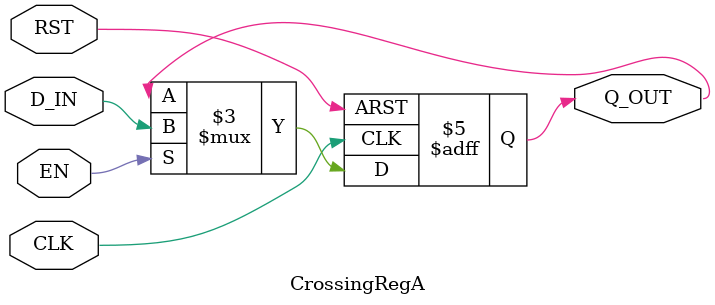
<source format=v>

`ifdef BSV_ASSIGNMENT_DELAY
`else
  `define BSV_ASSIGNMENT_DELAY
`endif

`ifdef BSV_POSITIVE_RESET
  `define BSV_RESET_VALUE 1'b1
  `define BSV_RESET_EDGE posedge
`else
  `define BSV_RESET_VALUE 1'b0
  `define BSV_RESET_EDGE negedge
`endif


module CrossingRegA(CLK, RST, Q_OUT, D_IN, EN);

   parameter width = 1;
   parameter init = { width {1'b0}} ;

   input     CLK;
   input     RST;
   input     EN;
   input [width - 1 : 0] D_IN;
   output [width - 1 : 0] Q_OUT;

   reg [width - 1 : 0]    Q_OUT;

   always@(posedge CLK or `BSV_RESET_EDGE RST) begin
      if (RST == `BSV_RESET_VALUE)
        Q_OUT <= `BSV_ASSIGNMENT_DELAY init;
      else
        begin
           if (EN)
             Q_OUT <= `BSV_ASSIGNMENT_DELAY D_IN;
        end
   end // always@ (posedge CLK or `BSV_RESET_EDGE RST)


`ifdef BSV_NO_INITIAL_BLOCKS
`else // not BSV_NO_INITIAL_BLOCKS
   // synopsys translate_off
   initial begin
      Q_OUT = {((width + 1)/2){2'b10}} ;
   end
   // synopsys translate_on
`endif // BSV_NO_INITIAL_BLOCKS

endmodule


</source>
